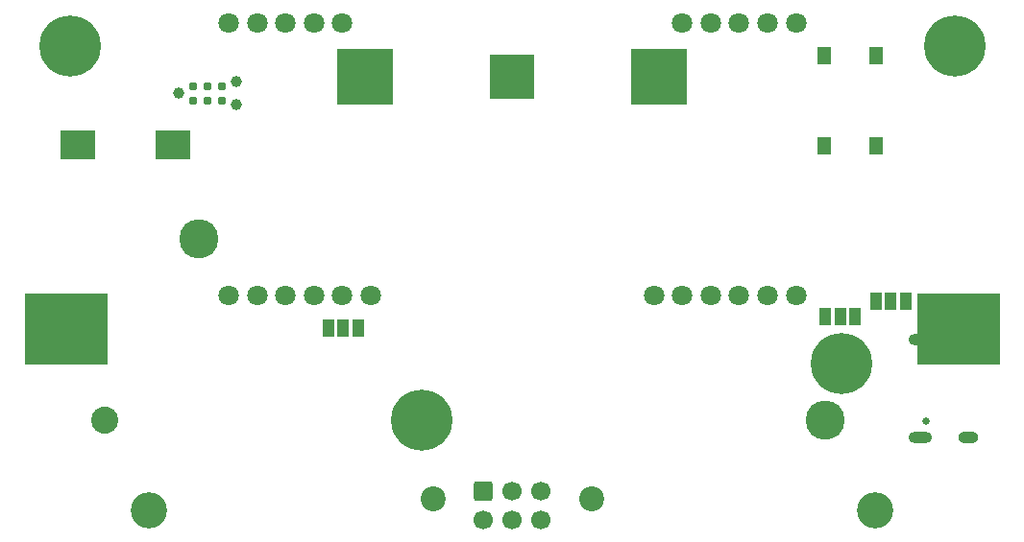
<source format=gbr>
%TF.GenerationSoftware,KiCad,Pcbnew,8.0.6*%
%TF.CreationDate,2024-12-15T00:33:14-05:00*%
%TF.ProjectId,VFDSAO,56464453-414f-42e6-9b69-6361645f7063,rev?*%
%TF.SameCoordinates,Original*%
%TF.FileFunction,Soldermask,Bot*%
%TF.FilePolarity,Negative*%
%FSLAX46Y46*%
G04 Gerber Fmt 4.6, Leading zero omitted, Abs format (unit mm)*
G04 Created by KiCad (PCBNEW 8.0.6) date 2024-12-15 00:33:14*
%MOMM*%
%LPD*%
G01*
G04 APERTURE LIST*
G04 Aperture macros list*
%AMRoundRect*
0 Rectangle with rounded corners*
0 $1 Rounding radius*
0 $2 $3 $4 $5 $6 $7 $8 $9 X,Y pos of 4 corners*
0 Add a 4 corners polygon primitive as box body*
4,1,4,$2,$3,$4,$5,$6,$7,$8,$9,$2,$3,0*
0 Add four circle primitives for the rounded corners*
1,1,$1+$1,$2,$3*
1,1,$1+$1,$4,$5*
1,1,$1+$1,$6,$7*
1,1,$1+$1,$8,$9*
0 Add four rect primitives between the rounded corners*
20,1,$1+$1,$2,$3,$4,$5,0*
20,1,$1+$1,$4,$5,$6,$7,0*
20,1,$1+$1,$6,$7,$8,$9,0*
20,1,$1+$1,$8,$9,$2,$3,0*%
G04 Aperture macros list end*
%ADD10C,0.650000*%
%ADD11O,2.100000X1.000000*%
%ADD12O,1.800000X1.000000*%
%ADD13C,1.800000*%
%ADD14C,3.200000*%
%ADD15C,5.400000*%
%ADD16C,2.200000*%
%ADD17R,1.000000X1.500000*%
%ADD18C,0.990600*%
%ADD19C,0.787400*%
%ADD20R,3.050000X2.500000*%
%ADD21R,5.000000X5.000000*%
%ADD22R,4.000000X4.000000*%
%ADD23C,2.390000*%
%ADD24C,3.450000*%
%ADD25R,7.340000X6.350000*%
%ADD26RoundRect,0.250000X-0.600000X0.600000X-0.600000X-0.600000X0.600000X-0.600000X0.600000X0.600000X0*%
%ADD27C,1.700000*%
%ADD28R,1.300000X1.550000*%
G04 APERTURE END LIST*
D10*
%TO.C,J11*%
X136475000Y-98140000D03*
X136475000Y-92360000D03*
D11*
X135975000Y-99570000D03*
D12*
X140155000Y-99570000D03*
D11*
X135975000Y-90930000D03*
D12*
X140155000Y-90930000D03*
%TD*%
D13*
%TO.C,D25*%
X75000000Y-63000000D03*
X77500000Y-63000000D03*
X80000000Y-63000000D03*
X82500000Y-63000000D03*
X85000000Y-63000000D03*
X115000000Y-63000000D03*
X117500000Y-63000000D03*
X120000000Y-63000000D03*
X122500000Y-63000000D03*
X125000000Y-63000000D03*
X125000000Y-87000000D03*
X122500000Y-87000000D03*
X120000000Y-87000000D03*
X117500000Y-87000000D03*
X115000000Y-87000000D03*
X112500000Y-87000000D03*
X87500000Y-87000000D03*
X85000000Y-87000000D03*
X82500000Y-87000000D03*
X80000000Y-87000000D03*
X77500000Y-87000000D03*
X75000000Y-87000000D03*
%TD*%
D14*
%TO.C,H17*%
X68000000Y-106000000D03*
%TD*%
D15*
%TO.C,H11*%
X92000000Y-98000000D03*
%TD*%
D16*
%TO.C,H16*%
X107000000Y-105000000D03*
%TD*%
D15*
%TO.C,H12*%
X129000000Y-93000000D03*
%TD*%
%TO.C,H14*%
X139000000Y-65000000D03*
%TD*%
D16*
%TO.C,H15*%
X93000000Y-105000000D03*
%TD*%
D14*
%TO.C,H18*%
X132000000Y-106000000D03*
%TD*%
D15*
%TO.C,H13*%
X61000000Y-65000000D03*
%TD*%
D17*
%TO.C,JP12*%
X86400000Y-89857500D03*
X85100000Y-89857500D03*
X83800000Y-89857500D03*
%TD*%
D18*
%TO.C,J12*%
X70560000Y-69165000D03*
X75640000Y-68149000D03*
X75640000Y-70181000D03*
D19*
X71830000Y-68530000D03*
X71830000Y-69800000D03*
X73100000Y-68530000D03*
X73100000Y-69800000D03*
X74370000Y-68530000D03*
X74370000Y-69800000D03*
%TD*%
D20*
%TO.C,BZ11*%
X70125000Y-73700000D03*
X61675000Y-73700000D03*
%TD*%
D21*
%TO.C,BTe11*%
X112950000Y-67709227D03*
X87050000Y-67709227D03*
D22*
X100000000Y-67709227D03*
%TD*%
D17*
%TO.C,JP11*%
X132050000Y-87557500D03*
X133350000Y-87557500D03*
X134650000Y-87557500D03*
%TD*%
D23*
%TO.C,BT11*%
X64070000Y-98000000D03*
D24*
X72400000Y-82000000D03*
X127600000Y-98000000D03*
D25*
X60670000Y-90000000D03*
X139330000Y-90000000D03*
%TD*%
D26*
%TO.C,J16*%
X97455000Y-104247500D03*
D27*
X97455000Y-106787500D03*
X99995000Y-104247500D03*
X99995000Y-106787500D03*
X102535000Y-104247500D03*
X102535000Y-106787500D03*
%TD*%
D28*
%TO.C,SW11*%
X127525000Y-65850000D03*
X127525000Y-73800000D03*
X132025000Y-65850000D03*
X132025000Y-73800000D03*
%TD*%
D17*
%TO.C,JP13*%
X127600000Y-88900000D03*
X128900000Y-88900000D03*
X130200000Y-88900000D03*
%TD*%
M02*

</source>
